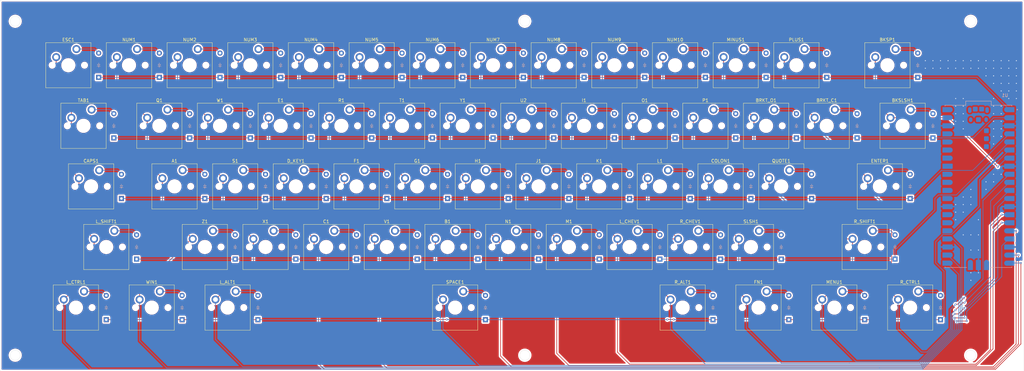
<source format=kicad_pcb>
(kicad_pcb (version 20240108) (generator "pcbnew") (generator_version "8.0")
  (layers (0 "F.Cu" signal) (31 "B.Cu" signal) (34 "B.Paste" user) (35 "F.Paste" user) (36 "B.SilkS" user "B.Silkscreen") (37 "F.SilkS" user "F.Silkscreen") (38 "B.Mask" user) (39 "F.Mask" user) (44 "Edge.Cuts" user))
  (net 0 "")
  (net 1 "Net-(U1-USB_SHIELD-PadA)")
  (net 24 "Net-(D1-A)")
  (net 25 "ROW0")
  (net 26 "Net-(D2-A)")
  (net 27 "Net-(D3-A)")
  (net 28 "Net-(D4-A)")
  (net 29 "Net-(D5-A)")
  (net 30 "Net-(D6-A)")
  (net 31 "Net-(D7-A)")
  (net 32 "Net-(D8-A)")
  (net 33 "Net-(D9-A)")
  (net 34 "Net-(D10-A)")
  (net 35 "Net-(D11-A)")
  (net 36 "Net-(D12-A)")
  (net 37 "Net-(D13-A)")
  (net 38 "Net-(D14-A)")
  (net 39 "Net-(D15-A)")
  (net 40 "ROW1")
  (net 41 "Net-(D17-A)")
  (net 42 "Net-(D18-A)")
  (net 43 "Net-(D19-A)")
  (net 44 "Net-(D20-A)")
  (net 45 "Net-(D21-A)")
  (net 46 "Net-(D22-A)")
  (net 47 "Net-(D23-A)")
  (net 48 "Net-(D24-A)")
  (net 49 "Net-(D25-A)")
  (net 50 "Net-(D26-A)")
  (net 51 "Net-(D27-A)")
  (net 52 "ROW2")
  (net 53 "Net-(D28-A)")
  (net 54 "Net-(D29-A)")
  (net 55 "Net-(D30-A)")
  (net 56 "Net-(D31-A)")
  (net 57 "Net-(D32-A)")
  (net 58 "Net-(D33-A)")
  (net 59 "Net-(D34-A)")
  (net 60 "Net-(D35-A)")
  (net 61 "Net-(D36-A)")
  (net 62 "Net-(D37-A)")
  (net 63 "Net-(D38-A)")
  (net 64 "Net-(D39-A)")
  (net 65 "Net-(D40-A)")
  (net 66 "Net-(D41-A)")
  (net 67 "Net-(D42-A)")
  (net 68 "ROW3")
  (net 69 "Net-(D43-A)")
  (net 70 "Net-(D44-A)")
  (net 71 "Net-(D45-A)")
  (net 72 "Net-(D46-A)")
  (net 73 "Net-(D47-A)")
  (net 74 "Net-(D48-A)")
  (net 75 "Net-(D49-A)")
  (net 76 "Net-(D50-A)")
  (net 77 "Net-(D51-A)")
  (net 78 "Net-(D52-A)")
  (net 79 "Net-(D53-A)")
  (net 80 "Net-(D54-A)")
  (net 81 "ROW4")
  (net 82 "Net-(D55-A)")
  (net 83 "Net-(D56-A)")
  (net 84 "Net-(D57-A)")
  (net 85 "Net-(D58-A)")
  (net 86 "Net-(D59-A)")
  (net 87 "Net-(D60-A)")
  (net 88 "Net-(D61-A)")
  (net 89 "COL13")
  (net 90 "COL12")
  (net 91 "COL11")
  (net 92 "COL10")
  (net 93 "COL9")
  (net 94 "COL8")
  (net 95 "COL7")
  (net 96 "COL6")
  (net 97 "COL5")
  (net 98 "COL4")
  (net 99 "COL3")
  (net 100 "COL2")
  (net 101 "COL1")
  (net 102 "COL0")
  (net 103 "Net-(D16-A)")
  (net 104 "GND")
  (footprint "ScottoKeebs_MX:MX_PCB_1.00u" (layer "F.Cu") (at 123.825 53.81625)
    (property "Reference" "NUM3")
    (property "Value" "Keyswitch")
  )
  (footprint "ScottoKeebs_MX:MX_PCB_1.00u" (layer "F.Cu") (at 266.7 72.86625)
    (property "Reference" "P1")
    (property "Value" "Keyswitch")
  )
  (footprint "ScottoKeebs_MX:MX_PCB_1.00u" (layer "F.Cu") (at 233.3625 91.91625)
    (property "Reference" "K1")
    (property "Value" "Keyswitch")
  )
  (footprint "ScottoKeebs_MX:MX_PCB_1.00u" (layer "F.Cu") (at 176.2125 91.91625)
    (property "Reference" "G1")
    (property "Value" "Keyswitch")
  )
  (footprint "ScottoKeebs_MX:MX_PCB_1.00u" (layer "F.Cu") (at 142.875 53.81625)
    (property "Reference" "NUM4")
    (property "Value" "Keyswitch")
  )
  (footprint "ScottoKeebs_MX:MX_PCB_1.00u" (layer "F.Cu") (at 280.9875 110.96625)
    (property "Reference" "SLSH1")
    (property "Value" "Keyswitch")
  )
  (footprint "ScottoKeebs_MX:MX_PCB_1.00u" (layer "F.Cu") (at 133.35 72.86625)
    (property "Reference" "E1")
    (property "Value" "Keyswitch")
  )
  (footprint "ScottoKeebs_MX:MX_PCB_1.00u" (layer "F.Cu") (at 73.81875 91.91625)
    (property "Reference" "CAPS1")
    (property "Value" "Keyswitch")
  )
  (footprint "ScottoKeebs_MX:MX_PCB_1.00u" (layer "F.Cu") (at 242.8875 110.96625)
    (property "Reference" "L_CHEV1")
    (property "Value" "Keyswitch")
  )
  (footprint "ScottoKeebs_MX:MX_PCB_1.00u" (layer "F.Cu") (at 119.0625 91.91625)
    (property "Reference" "S1")
    (property "Value" "Keyswitch")
  )
  (footprint "ScottoKeebs_MX:MX_PCB_1.00u" (layer "F.Cu") (at 190.5 72.86625)
    (property "Reference" "Y1")
    (property "Value" "Keyswitch")
  )
  (footprint "ScottoKeebs_MX:MX_PCB_1.00u" (layer "F.Cu") (at 104.775 53.81625)
    (property "Reference" "NUM2")
    (property "Value" "Keyswitch")
  )
  (footprint "ScottoKeebs_MX:MX_PCB_1.00u" (layer "F.Cu") (at 195.2625 91.91625)
    (property "Reference" "H1")
    (property "Value" "Keyswitch")
  )
  (footprint "ScottoKeebs_MX:MX_PCB_1.00u" (layer "F.Cu") (at 259.55625 130.01625)
    (property "Reference" "R_ALT1")
    (property "Value" "Keyswitch")
  )
  (footprint "ScottoKeebs_MX:MX_PCB_1.00u" (layer "F.Cu") (at 285.75 72.86625)
    (property "Reference" "BRKT_O1")
    (property "Value" "Keyswitch")
  )
  (footprint "ScottoKeebs_MX:MX_PCB_1.00u" (layer "F.Cu") (at 247.65 72.86625)
    (property "Reference" "O1")
    (property "Value" "Keyswitch")
  )
  (footprint "ScottoKeebs_MX:MX_PCB_1.00u" (layer "F.Cu") (at 185.7375 110.96625)
    (property "Reference" "B1")
    (property "Value" "Keyswitch")
  )
  (footprint "ScottoKeebs_MX:MX_PCB_1.00u" (layer "F.Cu") (at 152.4 72.86625)
    (property "Reference" "R1")
    (property "Value" "Keyswitch")
  )
  (footprint "ScottoKeebs_MX:MX_PCB_1.00u" (layer "F.Cu") (at 316.70625 110.96625)
    (property "Reference" "R_SHIFT1")
    (property "Value" "Keyswitch")
  )
  (footprint "ScottoKeebs_MX:MX_PCB_1.00u" (layer "F.Cu") (at 138.1125 91.91625)
    (property "Reference" "D_KEY1")
    (property "Value" "Keyswitch")
  )
  (footprint "ScottoKeebs_MX:MX_PCB_1.00u" (layer "F.Cu") (at 157.1625 91.91625)
    (property "Reference" "F1")
    (property "Value" "Keyswitch")
  )
  (footprint "ScottoKeebs_MX:MX_PCB_1.00u" (layer "F.Cu") (at 71.4375 72.86625)
    (property "Reference" "TAB1")
    (property "Value" "Keyswitch")
  )
  (footprint "ScottoKeebs_MX:MX_PCB_1.00u" (layer "F.Cu") (at 330.99375 130.01625)
    (property "Reference" "R_CTRL1")
    (property "Value" "Keyswitch")
  )
  (footprint "ScottoKeebs_MX:MX_PCB_1.00u" (layer "F.Cu") (at 69.05625 130.01625)
    (property "Reference" "L_CTRL1")
    (property "Value" "Keyswitch")
  )
  (footprint "ScottoKeebs_MX:MX_PCB_1.00u" (layer "F.Cu") (at 323.85 53.81625)
    (property "Reference" "BKSP1")
    (property "Value" "Keyswitch")
  )
  (footprint "ScottoKeebs_MX:MX_PCB_1.00u" (layer "F.Cu") (at 180.975 53.81625)
    (property "Reference" "NUM6")
    (property "Value" "Keyswitch")
  )
  (footprint "ScottoKeebs_MX:MX_PCB_1.00u" (layer "F.Cu") (at 100.0125 91.91625)
    (property "Reference" "A1")
    (property "Value" "Keyswitch")
  )
  (footprint "ScottoKeebs_MX:MX_PCB_1.00u" (layer "F.Cu") (at 85.725 53.81625)
    (property "Reference" "NUM1")
    (property "Value" "Keyswitch")
  )
  (footprint "ScottoKeebs_MX:MX_PCB_1.00u" (layer "F.Cu") (at 321.46875 91.91625)
    (property "Reference" "ENTER1")
    (property "Value" "Keyswitch")
  )
  (footprint "ScottoKeebs_MX:MX_PCB_1.00u" (layer "F.Cu") (at 307.18125 130.01625)
    (property "Reference" "MENU1")
    (property "Value" "Keyswitch")
  )
  (footprint "ScottoKeebs_MX:MX_PCB_1.00u" (layer "F.Cu") (at 109.5375 110.96625)
    (property "Reference" "Z1")
    (property "Value" "Keyswitch")
  )
  (footprint "ScottoKeebs_MX:MX_PCB_1.00u" (layer "F.Cu") (at 116.68125 130.01625)
    (property "Reference" "L_ALT1")
    (property "Value" "Keyswitch")
  )
  (footprint "ScottoKeebs_MX:MX_PCB_1.00u" (layer "F.Cu") (at 276.225 53.81625)
    (property "Reference" "MINUS1")
    (property "Value" "Keyswitch")
  )
  (footprint "ScottoKeebs_MX:MX_PCB_1.00u" (layer "F.Cu") (at 328.6125 72.86625)
    (property "Reference" "BKSLSH1")
    (property "Value" "Keyswitch")
  )
  (footprint "ScottoKeebs_MX:MX_PCB_1.00u" (layer "F.Cu") (at 238.125 53.81625)
    (property "Reference" "NUM9")
    (property "Value" "Keyswitch")
  )
  (footprint "ScottoKeebs_MX:MX_PCB_1.00u" (layer "F.Cu") (at 66.675 53.81625)
    (property "Reference" "ESC1")
    (property "Value" "Keyswitch")
  )
  (footprint "ScottoKeebs_MX:MX_PCB_1.00u" (layer "F.Cu") (at 304.8 72.86625)
    (property "Reference" "BRKT_C1")
    (property "Value" "Keyswitch")
  )
  (footprint "ScottoKeebs_MX:MX_PCB_1.00u" (layer "F.Cu") (at 147.6375 110.96625)
    (property "Reference" "C1")
    (property "Value" "Keyswitch")
  )
  (footprint "ScottoKeebs_MX:MX_PCB_1.00u" (layer "F.Cu") (at 78.58125 110.96625)
    (property "Reference" "L_SHIFT1")
    (property "Value" "Keyswitch")
  )
  (footprint "ScottoKeebs_MX:MX_PCB_1.00u" (layer "F.Cu") (at 290.5125 91.91625)
    (property "Reference" "QUOTE1")
    (property "Value" "Keyswitch")
  )
  (footprint "ScottoKeebs_MX:MX_PCB_1.00u" (layer "F.Cu") (at 228.6 72.86625)
    (property "Reference" "I1")
    (property "Value" "Keyswitch")
  )
  (footprint "ScottoKeebs_MX:MX_PCB_1.00u" (layer "F.Cu") (at 188.11875 130.01625)
    (property "Reference" "SPACE1")
    (property "Value" "Keyswitch")
  )
  (footprint "ScottoKeebs_MX:MX_PCB_1.00u" (layer "F.Cu") (at 114.3 72.86625)
    (property "Reference" "W1")
    (property "Value" "Keyswitch")
  )
  (footprint "ScottoKeebs_MX:MX_PCB_1.00u" (layer "F.Cu") (at 204.7875 110.96625)
    (property "Reference" "N1")
    (property "Value" "Keyswitch")
  )
  (footprint "ScottoKeebs_MX:MX_PCB_1.00u" (layer "F.Cu") (at 171.45 72.86625)
    (property "Reference" "T1")
    (property "Value" "Keyswitch")
  )
  (footprint "ScottoKeebs_MX:MX_PCB_1.00u" (layer "F.Cu") (at 92.86875 130.01625)
    (property "Reference" "WIN1")
    (property "Value" "Keyswitch")
  )
  (footprint "ScottoKeebs_MX:MX_PCB_1.00u" (layer "F.Cu") (at 166.6875 110.96625)
    (property "Reference" "V1")
    (property "Value" "Keyswitch")
  )
  (footprint "ScottoKeebs_MX:MX_PCB_1.00u" (layer "F.Cu") (at 261.9375 110.96625)
    (property "Reference" "R_CHEV1")
    (property "Value" "Keyswitch")
  )
  (footprint "ScottoKeebs_MX:MX_PCB_1.00u" (layer "F.Cu") (at 128.5875 110.96625)
    (property "Reference" "X1")
    (property "Value" "Keyswitch")
  )
  (footprint "ScottoKeebs_MX:MX_PCB_1.00u" (layer "F.Cu") (at 252.4125 91.91625)
    (property "Reference" "L1")
    (property "Value" "Keyswitch")
  )
  (footprint "ScottoKeebs_MX:MX_PCB_1.00u" (layer "F.Cu") (at 200.025 53.81625)
    (property "Reference" "NUM7")
    (property "Value" "Keyswitch")
  )
  (footprint "ScottoKeebs_MX:MX_PCB_1.00u" (layer "F.Cu") (at 95.25 72.86625)
    (property "Reference" "Q1")
    (property "Value" "Keyswitch")
  )
  (footprint "ScottoKeebs_MX:MX_PCB_1.00u" (layer "F.Cu") (at 214.3125 91.91625)
    (property "Reference" "J1")
    (property "Value" "Keyswitch")
  )
  (footprint "ScottoKeebs_MX:MX_PCB_1.00u" (layer "F.Cu") (at 161.925 53.81625)
    (property "Reference" "NUM5")
    (property "Value" "Keyswitch")
  )
  (footprint "ScottoKeebs_MX:MX_PCB_1.00u" (layer "F.Cu") (at 257.175 53.81625)
    (property "Reference" "NUM10")
    (property "Value" "Keyswitch")
  )
  (footprint "ScottoKeebs_MX:MX_PCB_1.00u" (layer "F.Cu") (at 295.275 53.81625)
    (property "Reference" "PLUS1")
    (property "Value" "Keyswitch")
  )
  (footprint "ScottoKeebs_MX:MX_PCB_1.00u" (layer "F.Cu") (at 219.075 53.81625)
    (property "Reference" "NUM8")
    (property "Value" "Keyswitch")
  )
  (footprint "ScottoKeebs_MX:MX_PCB_1.00u" (layer "F.Cu") (at 271.4625 91.91625)
    (property "Reference" "COLON1")
    (property "Value" "Keyswitch")
  )
  (footprint "ScottoKeebs_MX:MX_PCB_1.00u" (layer "F.Cu") (at 223.8375 110.96625)
    (property "Reference" "M1")
    (property "Value" "Keyswitch")
  )
  (footprint "ScottoKeebs_MX:MX_PCB_1.00u" (layer "F.Cu") (at 283.36875 130.01625)
    (property "Reference" "FN1")
    (property "Value" "Keyswitch")
  )
  (footprint "ScottoKeebs_MX:MX_PCB_1.00u" (layer "F.Cu") (at 209.55 72.86625)
    (property "Reference" "U2")
    (property "Value" "Keyswitch")
  )
  (footprint "ScottoKeebs_Components:Diode_DO-35" (layer "B.Cu") (at 261.9375 95.72625 90)
    (property "Reference" "D43" (hide yes))
    (property "Value" "Diode" (hide yes))
  )
  (footprint "ScottoKeebs_Components:Diode_DO-35" (layer "B.Cu") (at 266.7 57.62625 90)
    (property "Reference" "D46" (hide yes))
    (property "Value" "Diode" (hide yes))
  )
  (footprint "ScottoKeebs_Components:Diode_DO-35" (layer "B.Cu") (at 128.5875 95.72625 90)
    (property "Reference" "D13" (hide yes))
    (property "Value" "Diode" (hide yes))
  )
  (footprint "ScottoKeebs_Components:Diode_DO-35" (layer "B.Cu") (at 176.2125 114.77625 90)
    (property "Reference" "D23" (hide yes))
    (property "Value" "Diode" (hide yes))
  )
  (footprint "ScottoKeebs_Components:Diode_DO-35" (layer "B.Cu") (at 228.6 57.62625 90)
    (property "Reference" "D37" (hide yes))
    (property "Value" "Diode" (hide yes))
  )
  (footprint "ScottoKeebs_Components:Diode_DO-35" (layer "B.Cu") (at 126.20625 133.82625 90)
    (property "Reference" "D15" (hide yes))
    (property "Value" "Diode" (hide yes))
  )
  (footprint "ScottoKeebs_Components:Diode_DO-35" (layer "B.Cu") (at 119.0625 114.77625 90)
    (property "Reference" "D9" (hide yes))
    (property "Value" "Diode" (hide yes))
  )
  (footprint "ScottoKeebs_Components:Diode_DO-35" (layer "B.Cu") (at 152.4 57.62625 90)
    (property "Reference" "D20" (hide yes))
    (property "Value" "Diode" (hide yes))
  )
  (footprint "ScottoKeebs_Components:Diode_DO-35" (layer "B.Cu") (at 180.975 76.67625 90)
    (property "Reference" "D25" (hide yes))
    (property "Value" "Diode" (hide yes))
  )
  (footprint "ScottoKeebs_Components:Diode_DO-35" (layer "B.Cu") (at 83.34375 95.72625 90)
    (property "Reference" "D3" (hide yes))
    (property "Value" "Diode" (hide yes))
  )
  (footprint "ScottoKeebs_Components:Diode_DO-35" (layer "B.Cu") (at 114.3 57.62625 90)
    (property "Reference" "D11" (hide yes))
    (property "Value" "Diode" (hide yes))
  )
  (footprint "ScottoKeebs_Components:Diode_DO-35" (layer "B.Cu") (at 109.5375 95.72625 90)
    (property "Reference" "D8" (hide yes))
    (property "Value" "Diode" (hide yes))
  )
  (footprint "ScottoKeebs_Components:Diode_DO-35" (layer "B.Cu") (at 276.225 76.67625 90)
    (property "Reference" "D47" (hide yes))
    (property "Value" "Diode" (hide yes))
  )
  (footprint "ScottoKeebs_Components:Diode_DO-35" (layer "B.Cu") (at 200.025 76.67625 90)
    (property "Reference" "D30" (hide yes))
    (property "Value" "Diode" (hide yes))
  )
  (footprint "ScottoKeebs_Components:Diode_DO-35" (layer "B.Cu") (at 185.7375 95.72625 90)
    (property "Reference" "D26" (hide yes))
    (property "Value" "Diode" (hide yes))
  )
  (footprint "ScottoKeebs_Components:Diode_DO-35" (layer "B.Cu") (at 285.75 57.62625 90)
    (property "Reference" "D51" (hide yes))
    (property "Value" "Diode" (hide yes))
  )
  (footprint "ScottoKeebs_Components:Diode_DO-35" (layer "B.Cu") (at 280.9875 95.72625 90)
    (property "Reference" "D48" (hide yes))
    (property "Value" "Diode" (hide yes))
  )
  (footprint "ScottoKeebs_Components:Diode_DO-35" (layer "B.Cu") (at 88.10625 114.77625 90)
    (property "Reference" "D4" (hide yes))
    (property "Value" "Diode" (hide yes))
  )
  (footprint "ScottoKeebs_Components:Diode_DO-35" (layer "B.Cu") (at 133.35 57.62625 90)
    (property "Reference" "D16" (hide yes))
    (property "Value" "Diode" (hide yes))
  )
  (footprint "ScottoKeebs_Components:Diode_DO-35" (layer "B.Cu") (at 104.775 76.67625 90)
    (property "Reference" "D7" (hide yes))
    (property "Value" "Diode" (hide yes))
  )
  (footprint "ScottoKeebs_Components:Diode_DO-35" (layer "B.Cu") (at 102.39375 133.82625 90)
    (property "Reference" "D10" (hide yes))
    (property "Value" "Diode" (hide yes))
  )
  (footprint "ScottoKeebs_Components:Diode_DO-35" (layer "B.Cu") (at 161.925 76.67625 90)
    (property "Reference" "D21" (hide yes))
    (property "Value" "Diode" (hide yes))
  )
  (footprint "ScottoKeebs_Components:Diode_DO-35" (layer "B.Cu") (at 333.375 57.62625 90)
    (property "Reference" "D60" (hide yes))
    (property "Value" "Diode" (hide yes))
  )
  (footprint "ScottoKeebs_Components:Diode_DO-35" (layer "B.Cu") (at 233.3625 114.77625 90)
    (property "Reference" "D36" (hide yes))
    (property "Value" "Diode" (hide yes))
  )
  (footprint "ScottoKeebs_Components:Diode_DO-35" (layer "B.Cu") (at 195.2625 114.77625 90)
    (property "Reference" "D27" (hide yes))
    (property "Value" "Diode" (hide yes))
  )
  (footprint "ScottoKeebs_Components:Diode_DO-35" (layer "B.Cu") (at 142.875 76.67625 90)
    (property "Reference" "D17" (hide yes))
    (property "Value" "Diode" (hide yes))
  )
  (footprint "ScottoKeebs_Components:Diode_DO-35" (layer "B.Cu") (at 166.6875 95.72625 90)
    (property "Reference" "D22" (hide yes))
    (property "Value" "Diode" (hide yes))
  )
  (footprint "ScottoKeebs_Components:Diode_DO-35" (layer "B.Cu") (at 269.08125 133.82625 90)
    (property "Reference" "D45" (hide yes))
    (property "Value" "Diode" (hide yes))
  )
  (footprint "ScottoKeebs_Components:Diode_DO-35" (layer "B.Cu") (at 157.1625 114.77625 90)
    (property "Reference" "D19" (hide yes))
    (property "Value" "Diode" (hide yes))
  )
  (footprint "ScottoKeebs_Components:Diode_DO-35" (layer "B.Cu") (at 238.125 76.67625 90)
    (property "Reference" "D38" (hide yes))
    (property "Value" "Diode" (hide yes))
  )
  (footprint "ScottoKeebs_Components:Diode_DO-35" (layer "B.Cu") (at 138.1125 114.77625 90)
    (property "Reference" "D14" (hide yes))
    (property "Value" "Diode" (hide yes))
  )
  (footprint "ScottoKeebs_Components:Diode_DO-35" (layer "B.Cu") (at 171.45 57.62625 90)
    (property "Reference" "D24" (hide yes))
    (property "Value" "Diode" (hide yes))
  )
  (footprint "ScottoKeebs_Components:Diode_DO-35" (layer "B.Cu") (at 292.89375 133.82625 90)
    (property "Reference" "D50" (hide yes))
    (property "Value" "Diode" (hide yes))
  )
  (footprint "ScottoKeebs_Components:Diode_DO-35" (layer "B.Cu") (at 242.8875 95.72625 90)
    (property "Reference" "D39" (hide yes))
    (property "Value" "Diode" (hide yes))
  )
  (footprint "ScottoKeebs_Components:Diode_DO-35" (layer "B.Cu") (at 219.075 76.67625 90)
    (property "Reference" "D34" (hide yes))
    (property "Value" "Diode" (hide yes))
  )
  (footprint "ScottoKeebs_Components:Diode_DO-35" (layer "B.Cu") (at 295.275 76.67625 90)
    (property "Reference" "D52" (hide yes))
    (property "Value" "Diode" (hide yes))
  )
  (footprint "ScottoKeebs_Components:Diode_DO-35" (layer "B.Cu") (at 271.4625 114.77625 90)
    (property "Reference" "D44" (hide yes))
    (property "Value" "Diode" (hide yes))
  )
  (footprint "ScottoKeebs_Components:Diode_DO-35" (layer "B.Cu") (at 314.325 76.67625 90)
    (property "Reference" "D57" (hide yes))
    (property "Value" "Diode" (hide yes))
  )
  (footprint "ScottoKeebs_Components:Diode_DO-35" (layer "B.Cu") (at 123.825 76.67625 90)
    (property "Reference" "D12" (hide yes))
    (property "Value" "Diode" (hide yes))
  )
  (footprint "ScottoKeebs_Components:Diode_DO-35" (layer "B.Cu") (at 340.51875 133.82625 90)
    (property "Reference" "D59" (hide yes))
    (property "Value" "Diode" (hide yes))
  )
  (footprint "ScottoKeebs_Components:Diode_DO-35" (layer "B.Cu") (at 257.175 76.67625 90)
    (property "Reference" "D42" (hide yes))
    (property "Value" "Diode" (hide yes))
  )
  (footprint "ScottoKeebs_Components:Diode_DO-35" (layer "B.Cu") (at 197.64375 133.82625 90)
    (property "Reference" "D28" (hide yes))
    (property "Value" "Diode" (hide yes))
  )
  (footprint "ScottoKeebs_Components:Diode_DO-35" (layer "B.Cu") (at 209.55 57.62625 90)
    (property "Reference" "D33" (hide yes))
    (property "Value" "Diode" (hide yes))
  )
  (footprint "ScottoKeebs_Components:Diode_DO-35" (layer "B.Cu") (at 204.7875 95.72625 90)
    (property "Reference" "D31" (hide yes))
    (property "Value" "Diode" (hide yes))
  )
  (footprint "ScottoKeebs_Components:Diode_DO-35" (layer "B.Cu") (at 290.5125 114.77625 90)
    (property "Reference" "D49" (hide yes))
    (property "Value" "Diode" (hide yes))
  )
  (footprint "ScottoKeebs_Components:Diode_DO-35" (layer "B.Cu") (at 78.58125 133.82625 90)
    (property "Reference" "D5" (hide yes))
    (property "Value" "Diode" (hide yes))
  )
  (footprint "ScottoKeebs_Components:Diode_DO-35" (layer "B.Cu") (at 316.70625 133.82625 90)
    (property "Reference" "D55" (hide yes))
    (property "Value" "Diode" (hide yes))
  )
  (footprint "ScottoKeebs_Components:Diode_DO-35" (layer "B.Cu") (at 147.6375 95.72625 90)
    (property "Reference" "D18" (hide yes))
    (property "Value" "Diode" (hide yes))
  )
  (footprint "ScottoKeebs_Components:Diode_DO-35" (layer "B.Cu") (at 76.2 57.62625 90)
    (property "Reference" "D1" (hide yes))
    (property "Value" "Diode" (hide yes))
  )
  (footprint "ScottoKeebs_Components:Diode_DO-35" (layer "B.Cu") (at 300.0375 95.72625 90)
    (property "Reference" "D53" (hide yes))
    (property "Value" "Diode" (hide yes))
  )
  (footprint "ScottoKeebs_Components:Diode_DO-35" (layer "B.Cu") (at 214.3125 114.77625 90)
    (property "Reference" "D32" (hide yes))
    (property "Value" "Diode" (hide yes))
  )
  (footprint "ScottoKeebs_Components:Diode_DO-35" (layer "B.Cu") (at 247.65 57.62625 90)
    (property "Reference" "D41" (hide yes))
    (property "Value" "Diode" (hide yes))
  )
  (footprint "ScottoKeebs_Components:Diode_DO-35" (layer "B.Cu") (at 80.9625 76.67625 90)
    (property "Reference" "D2" (hide yes))
    (property "Value" "Diode" (hide yes))
  )
  (footprint "ScottoKeebs_Components:Diode_DO-35" (layer "B.Cu") (at 190.5 57.62625 90)
    (property "Reference" "D29" (hide yes))
    (property "Value" "Diode" (hide yes))
  )
  (footprint "ScottoKeebs_Components:Diode_DO-35" (layer "B.Cu") (at 330.99375 95.72625 90)
    (property "Reference" "D58" (hide yes))
    (property "Value" "Diode" (hide yes))
  )
  (footprint "ScottoKeebs_Components:Diode_DO-35" (layer "B.Cu") (at 95.25 57.62625 90)
    (property "Reference" "D6" (hide yes))
    (property "Value" "Diode" (hide yes))
  )
  (footprint "ScottoKeebs_Components:Diode_DO-35" (layer "B.Cu") (at 338.1375 76.67625 90)
    (property "Reference" "D61" (hide yes))
    (property "Value" "Diode" (hide yes))
  )
  (footprint "ScottoKeebs_Components:Diode_DO-35" (layer "B.Cu") (at 252.4125 114.77625 90)
    (property "Reference" "D40" (hide yes))
    (property "Value" "Diode" (hide yes))
  )
  (footprint "ScottoKeebs_Components:Diode_DO-35" (layer "B.Cu") (at 223.8375 95.72625 90)
    (property "Reference" "D35" (hide yes))
    (property "Value" "Diode" (hide yes))
  )
  (footprint "SC0915:MODULE_SC0915" (layer "B.Cu") (at 352.425 91.91625 180)
    (property "Reference" "U1")
    (property "Value" "SC0915")
  )
  (footprint "ScottoKeebs_Components:Diode_DO-35" (layer "B.Cu") (at 304.8 57.62625 90)
    (property "Reference" "D56" (hide yes))
    (property "Value" "Diode" (hide yes))
  )
  (footprint "ScottoKeebs_Components:Diode_DO-35" (layer "B.Cu") (at 326.23125 114.77625 90)
    (property "Reference" "D54" (hide yes))
    (property "Value" "Diode" (hide yes))
  )
  (gr_rect (start 45.24375 33.3375) (end 366.7125 150.01875) (stroke (width 0.05)) (fill none) (layer "Edge.Cuts"))
  (gr_circle (center 50 40) (end 51.6 40) (stroke (width 0.05)) (fill none) (layer "Edge.Cuts"))
  (gr_circle (center 210 40) (end 211.6 40) (stroke (width 0.05)) (fill none) (layer "Edge.Cuts"))
  (gr_circle (center 50 145) (end 51.6 145) (stroke (width 0.05)) (fill none) (layer "Edge.Cuts"))
  (gr_circle (center 210 145) (end 211.6 145) (stroke (width 0.05)) (fill none) (layer "Edge.Cuts"))
  (gr_circle (center 350 145) (end 351.6 145) (stroke (width 0.05)) (fill none) (layer "Edge.Cuts"))
  (gr_circle (center 350 40) (end 351.6 40) (stroke (width 0.05)) (fill none) (layer "Edge.Cuts"))
  (segment (start 74.93 48.73625) (end 76.2 50.00625) (width 0.2) (layer "B.Cu") (net 24))
  (segment (start 69.215 48.73625) (end 74.93 48.73625) (width 0.2) (layer "B.Cu") (net 24))
  (segment (start 171.45 57.62625) (end 190.5 57.62625) (width 0.2) (layer "B.Cu") (net 25))
  (segment (start 152.4 57.62625) (end 171.45 57.62625) (width 0.2) (layer "B.Cu") (net 25))
  (segment (start 285.75 57.62625) (end 266.7 57.62625) (width 0.2) (layer "B.Cu") (net 25))
  (segment (start 92.86875 57.62625) (end 95.25 57.62625) (width 0.2) (layer "B.Cu") (net 25))
  (segment (start 133.35 57.62625) (end 152.4 57.62625) (width 0.2) (layer "B.Cu") (net 25))
  (segment (start 76.2 57.62625) (end 92.86875 57.62625) (width 0.2) (layer "B.Cu") (net 25))
  (segment (start 209.55 57.62625) (end 190.5 57.62625) (width 0.2) (layer "B.Cu") (net 25))
  (segment (start 92.86875 57.62625) (end 114.3 57.62625) (width 0.2) (layer "B.Cu") (net 25))
  (segment (start 333.375 57.62625) (end 351.955 57.62625) (width 0.2) (layer "B.Cu") (net 25))
  (segment (start 351.955 57.62625) (end 362.115 67.78625) (width 0.2) (layer "B.Cu") (net 25))
  (segment (start 266.7 57.62625) (end 247.65 57.62625) (width 0.2) (layer "B.Cu") (net 25))
  (segment (start 209.55 57.62625) (end 228.6 57.62625) (width 0.2) (layer "B.Cu") (net 25))
  (segment (start 333.375 57.62625) (end 304.8 57.62625) (width 0.2) (layer "B.Cu") (net 25))
  (segment (start 304.8 57.62625) (end 285.75 57.62625) (width 0.2) (layer "B.Cu") (net 25))
  (segment (start 247.65 57.62625) (end 228.6 57.62625) (width 0.2) (layer "B.Cu") (net 25))
  (segment (start 114.3 57.62625) (end 133.35 57.62625) (width 0.2) (layer "B.Cu") (net 25))
  (segment (start 73.9775 67.78625) (end 79.6925 67.78625) (width 0.2) (layer "B.Cu") (net 26))
  (segment (start 79.6925 67.78625) (end 80.9625 69.05625) (width 0.2) (layer "B.Cu") (net 26))
  (segment (start 76.35875 86.83625) (end 82.07375 86.83625) (width 0.2) (layer "B.Cu") (net 27))
  (segment (start 82.07375 86.83625) (end 83.34375 88.10625) (width 0.2) (layer "B.Cu") (net 27))
  (segment (start 81.12125 105.88625) (end 86.83625 105.88625) (width 0.2) (layer "B.Cu") (net 28))
  (segment (start 86.83625 105.88625) (end 88.10625 107.15625) (width 0.2) (layer "B.Cu") (net 28))
  (segment (start 71.59625 124.93625) (end 77.31125 124.93625) (width 0.2) (layer "B.Cu") (net 29))
  (segment (start 77.31125 124.93625) (end 78.58125 126.20625) (width 0.2) (layer "B.Cu") (net 29))
  (segment (start 88.265 48.73625) (end 93.98 48.73625) (width 0.2) (layer "B.Cu") (net 30))
  (segment (start 93.98 48.73625) (end 95.25 50.00625) (width 0.2) (layer "B.Cu") (net 30))
  (segment (start 103.505 67.78625) (end 104.775 69.05625) (width 0.2) (layer "B.Cu") (net 31))
  (segment (start 97.79 67.78625) (end 103.505 67.78625) (width 0.2) (layer "B.Cu") (net 31))
  (segment (start 108.2675 86.83625) (end 109.5375 88.10625) (width 0.2) (layer "B.Cu") (net 32))
  (segment (start 102.5525 86.83625) (end 108.2675 86.83625) (width 0.2) (layer "B.Cu") (net 32))
  (segment (start 112.0775 105.88625) (end 117.7925 105.88625) (width 0.2) (layer "B.Cu") (net 33))
  (segment (start 117.7925 105.88625) (end 119.0625 107.15625) (width 0.2) (layer "B.Cu") (net 33))
  (segment (start 101.12375 124.93625) (end 102.39375 126.20625) (width 0.2) (layer "B.Cu") (net 34))
  (segment (start 95.40875 124.93625) (end 101.12375 124.93625) (width 0.2) (layer "B.Cu") (net 34))
  (segment (start 107.315 48.73625) (end 113.03 48.73625) (width 0.2) (layer "B.Cu") (net 35))
  (segment (start 113.03 48.73625) (end 114.3 50.00625) (width 0.2) (layer "B.Cu") (net 35))
  (segment (start 122.555 67.78625) (end 123.825 69.05625) (width 0.2) (layer "B.Cu") (net 36))
  (segment (start 116.84 67.78625) (end 122.555 67.78625) (width 0.2) (layer "B.Cu") (net 36))
  (segment (start 121.6025 86.83625) (end 127.3175 86.83625) (width 0.2) (layer "B.Cu") (net 37))
  (segment (start 127.3175 86.83625) (end 128.5875 88.10625) (width 0.2) (layer "B.Cu") (net 37))
  (segment (start 131.1275 105.88625) (end 136.8425 105.88625) (width 0.2) (layer "B.Cu") (net 38))
  (segment (start 136.8425 105.88625) (end 138.1125 107.15625) (width 0.2) (layer "B.Cu") (net 38))
  (segment (start 119.22125 124.93625) (end 124.93625 124.93625) (width 0.2) (layer "B.Cu") (net 39))
  (segment (start 124.93625 124.93625) (end 126.20625 126.20625) (width 0.2) (layer "B.Cu") (net 39))
  (segment (start 142.875 76.67625) (end 123.825 76.67625) (width 0.2) (layer "B.Cu") (net 40))
  (segment (start 314.325 76.67625) (end 338.1375 76.67625) (width 0.2) (layer "B.Cu") (net 40))
  (segment (start 200.025 76.67625) (end 219.075 76.67625) (width 0.2) (layer "B.Cu") (net 40))
  (segment (start 350.82375 76.67625) (end 357.17375 70.32625) (width 0.2) (layer "B.Cu") (net 40))
  (segment (start 219.075 76.67625) (end 238.125 76.67625) (width 0.2) (layer "B.Cu") (net 40))
  (segment (start 295.275 76.67625) (end 276.225 76.67625) (width 0.2) (layer "B.Cu") (net 40))
  (segment (start 142.875 76.67625) (end 161.925 76.67625) (width 0.2) (layer "B.Cu") (net 40))
  (segment (start 314.325 76.67625) (end 295.275 76.67625) (width 0.2) (layer "B.Cu") (net 40))
  (segment (start 357.17375 70.32625) (end 362.115 70.32625) (width 0.2) (layer "B.Cu") (net 40))
  (segment (start 200.025 76.67625) (end 180.975 76.67625) (width 0.2) (layer "B.Cu") (net 40))
  (segment (start 257.175 76.67625) (end 238.125 76.67625) (width 0.2) (layer "B.Cu") (net 40))
  (segment (start 161.925 76.67625) (end 180.975 76.67625) (width 0.2) (layer "B.Cu") (net 40))
  (segment (start 80.9625 76.67625) (end 104.775 76.67625) (width 0.2) (layer "B.Cu") (net 40))
  (segment (start 123.825 76.67625) (end 104.775 76.67625) (width 0.2) (layer "B.Cu") (net 40))
  (segment (start 338.1375 76.67625) (end 350.82375 76.67625) (width 0.2) (layer "B.Cu") (net 40))
  (segment (start 276.225 76.67625) (end 257.175 76.67625) (width 0.2) (layer "B.Cu") (net 40))
  (segment (start 141.605 67.78625) (end 142.875 69.05625) (width 0.2) (layer "B.Cu") (net 41))
  (segment (start 135.89 67.78625) (end 141.605 67.78625) (width 0.2) (layer "B.Cu") (net 41))
  (segment (start 140.6525 86.83625) (end 146.3675 86.83625) (width 0.2) (layer "B.Cu") (net 42))
  (segment (start 146.3675 86.83625) (end 147.6375 88.10625) (width 0.2) (layer "B.Cu") (net 42))
  (segment (start 155.8925 105.88625) (end 157.1625 107.15625) (width 0.2) (layer "B.Cu") (net 43))
  (segment (start 150.1775 105.88625) (end 155.8925 105.88625) (width 0.2) (layer "B.Cu") (net 43))
  (segment (start 151.13 48.73625) (end 152.4 50.00625) (width 0.2) (layer "B.Cu") (net 44))
  (segment (start 145.415 48.73625) (end 151.13 48.73625) (width 0.2) (layer "B.Cu") (net 44))
  (segment (start 154.94 67.78625) (end 160.655 67.78625) (width 0.2) (layer "B.Cu") (net 45))
  (segment (start 160.655 67.78625) (end 161.925 69.05625) (width 0.2) (layer "B.Cu") (net 45))
  (segment (start 165.4175 86.83625) (end 166.6875 88.10625) (width 0.2) (layer "B.Cu") (net 46))
  (segment (start 159.7025 86.83625) (end 165.4175 86.83625) (width 0.2) (layer "B.Cu") (net 46))
  (segment (start 169.2275 105.88625) (end 174.9425 105.88625) (width 0.2) (layer "B.Cu") (net 47))
  (segment (start 174.9425 105.88625) (end 176.2125 107.15625) (width 0.2) (layer "B.Cu") (net 47))
  (segment (start 170.18 48.73625) (end 171.45 50.00625) (width 0.2) (layer "B.Cu") (net 48))
  (segment (start 164.465 48.73625) (end 170.18 48.73625) (width 0.2) (layer "B.Cu") (net 48))
  (segment (start 179.705 67.78625) (end 180.975 69.05625) (width 0.2) (layer "B.Cu") (net 49))
  (segment (start 173.99 67.78625) (end 179.705 67.78625) (width 0.2) (layer "B.Cu") (net 49))
  (segment (start 178.7525 86.83625) (end 184.4675 86.83625) (width 0.2) (layer "B.Cu") (net 50))
  (segment (start 184.4675 86.83625) (end 185.7375 88.10625) (width 0.2) (layer "B.Cu") (net 50))
  (segment (start 193.9925 105.88625) (end 195.2625 107.15625) (width 0.2) (layer "B.Cu") (net 51))
  (segment (start 188.2775 105.88625) (end 193.9925 105.88625) (width 0.2) (layer "B.Cu") (net 51))
  (segment (start 83.34375 95.72625) (end 109.5375 95.72625) (width 0.2) (layer "B.Cu") (net 52))
  (segment (start 128.5875 95.72625) (end 147.6375 95.72625) (width 0.2) (layer "B.Cu") (net 52))
  (segment (start 340.82 86.9) (end 350.62125 86.9) (width 0.2) (layer "B.Cu") (net 52))
  (segment (start 204.7875 95.72625) (end 185.7375 95.72625) (width 0.2) (layer "B.Cu") (net 52))
  (segment (start 242.8875 95.72625) (end 223.8375 95.72625) (width 0.2) (layer "B.Cu") (net 52))
  (segment (start 109.5375 95.72625) (end 128.5875 95.72625) (width 0.2) (layer "B.Cu") (net 52))
  (segment (start 300.0375 95.72625) (end 330.99375 95.72625) (width 0.2) (layer "B.Cu") (net 52))
  (segment (start 300.0375 95.72625) (end 280.9875 95.72625) (width 0.2) (layer "B.Cu") (net 52))
  (segment (start 350.62125 86.9) (end 362.115 75.40625) (width 0.2) (layer "B.Cu") (net 52))
  (segment (start 280.9875 95.72625) (end 261.9375 95.72625) (width 0.2) (layer "B.Cu") (net 52))
  (segment (start 185.7375 95.72625) (end 166.6875 95.72625) (width 0.2) (layer "B.Cu") (net 52))
  (segment (start 261.9375 95.72625) (end 242.8875 95.72625) (width 0.2) (layer "B.Cu") (net 52))
  (segment (start 331.99375 95.72625) (end 340.82 86.9) (width 0.2) (layer "B.Cu") (net 52))
  (segment (start 147.6375 95.72625) (end 166.6875 95.72625) (width 0.2) (layer "B.Cu") (net 52))
  (segment (start 223.8375 95.72625) (end 204.7875 95.72625) (width 0.2) (layer "B.Cu") (net 52))
  (segment (start 330.99375 95.72625) (end 331.99375 95.72625) (width 0.2) (layer "B.Cu") (net 52))
  (segment (start 190.65875 124.93625) (end 196.37375 124.93625) (width 0.2) (layer "B.Cu") (net 53))
  (segment (start 196.37375 124.93625) (end 197.64375 126.20625) (width 0.2) (layer "B.Cu") (net 53))
  (segment (start 189.23 48.73625) (end 190.5 50.00625) (width 0.2) (layer "B.Cu") (net 54))
  (segment (start 183.515 48.73625) (end 189.23 48.73625) (width 0.2) (layer "B.Cu") (net 54))
  (segment (start 193.04 67.78625) (end 198.755 67.78625) (width 0.2) (layer "B.Cu") (net 55))
  (segment (start 198.755 67.78625) (end 200.025 69.05625) (width 0.2) (layer "B.Cu") (net 55))
  (segment (start 203.5175 86.83625) (end 204.7875 88.10625) (width 0.2) (layer "B.Cu") (net 56))
  (segment (start 197.8025 86.83625) (end 203.5175 86.83625) (width 0.2) (layer "B.Cu") (net 56))
  (segment (start 213.0425 105.88625) (end 214.3125 107.15625) (width 0.2) (layer "B.Cu") (net 57))
  (segment (start 207.3275 105.88625) (end 213.0425 105.88625) (width 0.2) (layer "B.Cu") (net 57))
  (segment (start 208.28 48.73625) (end 209.55 50.00625) (width 0.2) (layer "B.Cu") (net 58))
  (segment (start 202.565 48.73625) (end 208.28 48.73625) (width 0.2) (layer "B.Cu") (net 58))
  (segment (start 217.805 67.78625) (end 219.075 69.05625) (width 0.2) (layer "B.Cu") (net 59))
  (segment (start 212.09 67.78625) (end 217.805 67.78625) (width 0.2) (layer "B.Cu") (net 59))
  (segment (start 222.5675 86.83625) (end 223.8375 88.10625) (width 0.2) (layer "B.Cu") (net 60))
  (segment (start 216.8525 86.83625) (end 222.5675 86.83625) (width 0.2) (layer "B.Cu") (net 60))
  (segment (start 232.0925 105.88625) (end 233.3625 107.15625) (width 0.2) (layer "B.Cu") (net 61))
  (segment (start 226.3775 105.88625) (end 232.0925 105.88625) (width 0.2) (layer "B.Cu") (net 61))
  (segment (start 221.615 48.73625) (end 227.33 48.73625) (width 0.2) (layer "B.Cu") (net 62))
  (segment (start 227.33 48.73625) (end 228.6 50.00625) (width 0.2) (layer "B.Cu") (net 62))
  (segment (start 231.14 67.78625) (end 236.855 67.78625) (width 0.2) (layer "B.Cu") (net 63))
  (segment (start 236.855 67.78625) (end 238.125 69.05625) (width 0.2) (layer "B.Cu") (net 63))
  (segment (start 235.9025 86.83625) (end 241.6175 86.83625) (width 0.2) (layer "B.Cu") (net 64))
  (segment (start 241.6175 86.83625) (end 242.8875 88.10625) (width 0.2) (layer "B.Cu") (net 64))
  (segment (start 245.4275 105.88625) (end 251.1425 105.88625) (width 0.2) (layer "B.Cu") (net 65))
  (segment (start 251.1425 105.88625) (end 252.4125 107.15625) (width 0.2) (layer "B.Cu") (net 65))
  (segment (start 246.38 48.73625) (end 247.65 50.00625) (width 0.2) (layer "B.Cu") (net 66))
  (segment (start 240.665 48.73625) (end 246.38 48.73625) (width 0.2) (layer "B.Cu") (net 66))
  (segment (start 255.905 67.78625) (end 257.175 69.05625) (width 0.2) (layer "B.Cu") (net 67))
  (segment (start 250.19 67.78625) (end 255.905 67.78625) (width 0.2) (layer "B.Cu") (net 67))
  (segment (start 345.45 94.61125) (end 362.115 77.94625) (width 0.2) (layer "B.Cu") (net 68))
  (segment (start 233.3625 114.77625) (end 214.3125 114.77625) (width 0.2) (layer "B.Cu") (net 68))
  (segment (start 252.4125 114.77625) (end 233.3625 114.77625) (width 0.2) (layer "B.Cu") (net 68))
  (segment (start 339.88875 94.61125) (end 345.45 94.61125) (width 0.2) (layer "B.Cu") (net 68))
  (segment (start 326.23125 114.77625) (end 290.5125 114.77625) (width 0.2) (layer "B.Cu") (net 68))
  (segment (start 326.23125 111.925062) (end 338.75 99.406312) (width 0.2) (layer "B.Cu") (net 68))
  (segment (start 338.75 95.75) (end 339.88875 94.61125) (width 0.2) (layer "B.Cu") (net 68))
  (segment (start 176.2125 114.77625) (end 157.1625 114.77625) (width 0.2) (layer "B.Cu") (net 68))
  (segment (start 195.2625 114.77625) (end 176.2125 114.77625) (width 0.2) (layer "B.Cu") (net 68))
  (segment (start 88.10625 114.77625) (end 119.0625 114.77625) (width 0.2) (layer "B.Cu") (net 68))
  (segment (start 157.1625 114.77625) (end 138.1125 114.77625) (width 0.2) (layer "B.Cu") (net 68))
  (segment (start 271.4625 114.77625) (end 252.4125 114.77625) (width 0.2) (layer "B.Cu") (net 68))
  (segment (start 138.1125 114.77625) (end 119.0625 114.77625) (width 0.2) (layer "B.Cu") (net 68))
  (segment (start 326.23125 114.77625) (end 326.23125 111.925062) (width 0.2) (layer "B.Cu") (net 68))
  (segment (start 338.75 99.406312) (end 338.75 95.75) (width 0.2) (layer "B.Cu") (net 68))
  (segment (start 214.3125 114.77625) (end 195.2625 114.77625) (width 0.2) (layer "B.Cu") (net 68))
  (segment (start 290.5125 114.77625) (end 271.4625 114.77625) (width 0.2) (layer "B.Cu") (net 68))
  (segment (start 260.6675 86.83625) (end 261.9375 88.10625) (width 0.2) (layer "B.Cu") (net 69))
  (segment (start 254.9525 86.83625) (end 260.6675 86.83625) (width 0.2) (layer "B.Cu") (net 69))
  (segment (start 264.4775 105.88625) (end 270.1925 105.88625) (width 0.2) (layer "B.Cu") (net 70))
  (segment (start 270.1925 105.88625) (end 271.4625 107.15625) (width 0.2) (layer "B.Cu") (net 70))
  (segment (start 262.09625 124.93625) (end 267.81125 124.93625) (width 0.2) (layer "B.Cu") (net 71))
  (segment (start 267.81125 124.93625) (end 269.08125 126.20625) (width 0.2) (layer "B.Cu") (net 71))
  (segment (start 259.715 48.73625) (end 265.43 48.73625) (width 0.2) (layer "B.Cu") (net 72))
  (segment (start 265.43 48.73625) (end 266.7 50.00625) (width 0.2) (layer "B.Cu") (net 72))
  (segment (start 269.24 67.78625) (end 274.955 67.78625) (width 0.2) (layer "B.Cu") (net 73))
  (segment (start 274.955 67.78625) (end 276.225 69.05625) (width 0.2) (layer "B.Cu") (net 73))
  (segment (start 279.7175 86.83625) (end 280.9875 88.10625) (width 0.2) (layer "B.Cu") (net 74))
  (segment (start 274.0025 86.83625) (end 279.7175 86.83625) (width 0.2) (layer "B.Cu") (net 74))
  (segment (start 283.5275 105.88625) (end 289.2425 105.88625) (width 0.2) (layer "B.Cu") (net 75))
  (segment (start 289.2425 105.88625) (end 290.5125 107.15625) (width 0.2) (layer "B.Cu") (net 75))
  (segment (start 291.62375 124.93625) (end 292.89375 126.20625) (width 0.2) (layer "B.Cu") (net 76))
  (segment (start 285.90875 124.93625) (end 291.62375 124.93625) (width 0.2) (layer "B.Cu") (net 76))
  (segment (start 278.765 48.73625) (end 284.48 48.73625) (width 0.2) (layer "B.Cu") (net 77))
  (segment (start 284.48 48.73625) (end 285.75 50.00625) (width 0.2) (layer "B.Cu") (net 77))
  (segment (start 288.29 67.78625) (end 294.005 67.78625) (width 0.2) (layer "B.Cu") (net 78))
  (segment (start 294.005 67.78625) (end 295.275 69.05625) (width 0.2) (layer "B.Cu") (net 78))
  (segment (start 293.0525 86.83625) (end 298.7675 86.83625) (width 0.2) (layer "B.Cu") (net 79))
  (segment (start 298.7675 86.83625) (end 300.0375 88.10625) (width 0.2) (layer "B.Cu") (net 79))
  (segment (start 319.24625 105.88625) (end 324.96125 105.88625) (width 0.2) (layer "B.Cu") (net 80))
  (segment (start 324.96125 105.88625) (end 326.23125 107.15625) (width 0.2) (layer "B.Cu") (net 80))
  (segment (start 254.75 133.75) (end 256.75 133.75) (width 0.2) (layer "F.Cu") (net 81))
  (segment (start 102.39375 133.82625) (end 126.20625 133.82625) (width 0.2) (layer "F.Cu") (net 81))
  (segment (start 269.08125 133.82625) (end 292.89375 133.82625) (width 0.2) (layer "F.Cu") (net 81))
  (segment (start 182.75 133.75) (end 185.5 133.75) (width 0.2) (layer "F.Cu") (net 81))
  (segment (start 316.70625 133.82625) (end 340.51875 133.82625) (width 0.2) (layer "F.Cu") (net 81))
  (segment (start 292.89375 133.82625) (end 316.70625 133.82625) (width 0.2) (layer "F.Cu") (net 81))
  (segment (start 78.58125 133.82625) (end 102.39375 133.82625) (width 0.2) (layer "F.Cu") (net 81))
  (via (at 256.75 133.75) (size 0.6) (drill 0.3) (layers "F.Cu" "B.Cu") (net 81))
  (via (at 182.75 133.75) (size 0.6) (drill 0.3) (layers "F.Cu" "B.Cu") (net 81))
  (via (at 254.75 133.75) (size 0.6) (drill 0.3) (layers "F.Cu" "B.Cu") (net 81))
  (via (at 185.5 133.75) (size 0.6) (drill 0.3) (layers "F.Cu" "B.Cu") (net 81))
  (segment (start 352.75 98.248721) (end 352.75 89.85125) (width 0.2) (layer "B.Cu") (net 81))
  (segment (start 340.51875 133.82625) (end 341.61875 132.72625) (width 0.2) (layer "B.Cu") (net 81))
  (segment (start 339 109.316312) (end 341.315062 107.00125) (width 0.2) (layer "B.Cu") (net 81))
  (segment (start 197.64375 133.82625) (end 254.67375 133.82625) (width 0.2) (layer "B.Cu") (net 81))
  (segment (start 256.75 133.75) (end 257.25 133.75) (width 0.2) (layer "B.Cu") (net 81))
  (segment (start 341.315062 107.00125) (end 343.997471 107.00125) (width 0.2) (layer "B.Cu") (net 81))
  (segment (start 339 116) (end 339 109.316312) (width 0.2) (layer "B.Cu") (net 81))
  (segment (start 185.5 133.75) (end 186 133.75) (width 0.2) (layer "B.Cu") (net 81))
  (segment (start 182.67375 133.82625) (end 182.75 133.75) (width 0.2) (layer "B.Cu") (net 81))
  (segment (start 341.61875 132.72625) (end 341.61875 118.61875) (width 0.2) (layer "B.Cu") (net 81))
  (segment (start 186 133.75) (end 186.07625 133.82625) (width 0.2) (layer "B.Cu") (net 81))
  (segment (start 186.07625 133.82625) (end 197.64375 133.82625) (width 0.2) (layer "B.Cu") (net 81))
  (segment (start 352.75 89.85125) (end 362.115 80.48625) (width 0.2) (layer "B.Cu") (net 81))
  (segment (start 254.67375 133.82625) (end 254.75 133.75) (width 0.2) (layer "B.Cu") (net 81))
  (segment (start 257.32625 133.82625) (end 269.08125 133.82625) (width 0.2) (layer "B.Cu") (net 81))
  (segment (start 126.20625 133.82625) (end 182.67375 133.82625) (width 0.2) (layer "B.Cu") (net 81))
  (segment (start 257.25 133.75) (end 257.32625 133.82625) (width 0.2) (layer "B.Cu") (net 81))
  (segment (start 341.61875 118.61875) (end 339 116) (width 0.2) (layer "B.Cu") (net 81))
  (segment (start 343.997471 107.00125) (end 352.75 98.248721) (width 0.2) (layer "B.Cu") (net 81))
  (segment (start 309.72125 124.93625) (end 315.43625 124.93625) (width 0.2) (layer "B.Cu") (net 82))
  (segment (start 315.43625 124.93625) (end 316.70625 126.20625) (width 0.2) (layer "B.Cu") (net 82))
  (segment (start 303.53 48.73625) (end 304.8 50.00625) (width 0.2) (layer "B.Cu") (net 83))
  (segment (start 297.815 48.73625) (end 303.53 48.73625) (width 0.2) (layer "B.Cu") (net 83))
  (segment (start 307.34 67.78625) (end 313.055 67.78625) (width 0.2) (layer "B.Cu") (net 84))
  (segment (start 313.055 67.78625) (end 314.325 69.05625) (width 0.2) (layer "B.Cu") (net 84))
  (segment (start 329.72375 86.83625) (end 330.99375 88.10625) (width 0.2) (layer "B.Cu") (net 85))
  (segment (start 324.00875 86.83625) (end 329.72375 86.83625) (width 0.2) (layer "B.Cu") (net 85))
  (segment (start 333.53375 124.93625) (end 339.24875 124.93625) (width 0.2) (layer "B.Cu") (net 86))
  (segment (start 339.24875 124.93625) (end 340.51875 126.20625) (width 0.2) (layer "B.Cu") (net 86))
  (segment (start 332.105 48.73625) (end 333.375 50.00625) (width 0.2) (layer "B.Cu") (net 87))
  (segment (start 326.39 48.73625) (end 332.105 48.73625) (width 0.2) (layer "B.Cu") (net 87))
  (segment (start 331.1525 67.78625) (end 336.8675 67.78625) (width 0.2) (layer "B.Cu") (net 88))
  (segment (start 336.8675 67.78625) (end 338.1375 69.05625) (width 0.2) (layer "B.Cu") (net 88))
  (segment (start 67.6275 70.32625) (end 67.6275 86.995) (width 0.2) (layer "F.Cu") (net 89))
  (segment (start 62.865 51.27625) (end 62.865 54.278662) (width 0.2) (layer "F.Cu") (net 89))
  (segment (start 67.6275 86.995) (end 70.00875 89.37625) (width 0.2) (layer "F.Cu") (net 89))
  (segment (start 62.865 54.278662) (end 67.6275 59.041162) (width 0.2) (layer "F.Cu") (net 89))
  (segment (start 67.6275 59.041162) (end 67.6275 70.32625) (width 0.2) (layer "F.Cu") (net 89))
  (segment (start 70.00875 103.66375) (end 74.77125 108.42625) (width 0.2) (layer "F.Cu") (net 89))
  (segment (start 74.77125 108.42625) (end 74.77125 117.95125) (width 0.2) (layer "F.Cu") (net 89))
  (segment (start 70.00875 89.37625) (end 70.00875 103.66375) (width 0.2) (layer "F.Cu") (net 89))
  (segment (start 74.77125 117.95125) (end 65.24625 127.47625) (width 0.2) (layer "F.Cu") (net 89))
  (segment (start 342.735 108.42625) (end 344.349997 108.42625) (width 0.2) (layer "B.Cu") (net 89))
  (segment (start 334.83125 149.41875) (end 73.81875 149.41875) (width 0.2) (layer "B.Cu") (net 89))
  (segment (start 65.24625 140.84625) (end 65.24625 127.47625) (width 0.2) (layer "B.Cu") (net 89))
  (segment (start 73.81875 149.41875) (end 65.24625 140.84625) (width 0.2) (layer "B.Cu") (net 89))
  (segment (start 344.349997 108.42625) (end 347.25 111.326253) (width 0.2) (layer "B.Cu") (net 89))
  (segment (start 347.25 111.326253) (end 347.25 137) (width 0.2) (layer "B.Cu") (net 89))
  (segment (start 347.25 137) (end 334.83125 149.41875) (width 0.2) (layer "B.Cu") (net 89))
  (segment (start 96.2025 98.90125) (end 105.7275 108.42625) (width 0.2) (layer "F.Cu") (net 90))
  (segment (start 89.05875 127.47625) (end 89.05875 124.632588) (width 0.2) (layer "F.Cu") (net 90))
  (segment (start 89.05875 124.632588) (end 105.265088 108.42625) (width 0.2) (layer "F.Cu") (net 90))
  (segment (start 91.44 84.61375) (end 96.2025 89.37625) (width 0.2) (layer "F.Cu") (net 90))
  (segment (start 81.915 60.80125) (end 91.44 70.32625) (width 0.2) (layer "F.Cu") (net 90))
  (segment (start 81.915 51.27625) (end 81.915 60.80125) (width 0.2) (layer "F.Cu") (net 90))
  (segment (start 91.44 70.32625) (end 91.44 84.61375) (width 0.2) (layer "F.Cu") (net 90))
  (segment (start 105.265088 108.42625) (end 105.7275 108.42625) (width 0.2) (layer "F.Cu") (net 90))
  (segment (start 96.2025 89.37625) (end 96.2025 98.90125) (width 0.2) (layer "F.Cu") (net 90))
  (segment (start 97.58375 149.01875) (end 321.46875 149.01875) (width 0.2) (layer "B.Cu") (net 90))
  (segment (start 89.05875 140.49375) (end 97.58375 149.01875) (width 0.2) (layer "B.Cu") (net 90))
  (segment (start 346.75 117.52125) (end 346.75 136.934314) (width 0.2) (layer "B.Cu") (net 90))
  (segment (start 89.05875 127.47625) (end 89.05875 140.49375) (width 0.2) (layer "B.Cu") (net 90))
  (segment (start 334.665564 149.01875) (end 321.25 149.01875) (width 0.2) (layer "B.Cu") (net 90))
  (segment (start 346.75 136.934314) (end 334.665564 149.01875) (width 0.2) (layer "B.Cu") (net 90))
  (segment (start 342.735 113.50625) (end 346.75 117.52125) (width 0.2) (layer "B.Cu") (net 90))
  (segment (start 110.49 70.32625) (end 100.965 60.80125) (width 0.2) (layer "F.Cu") (net 91))
  (segment (start 124.7775 115.57) (end 124.7775 108.42625) (width 0.2) (layer "F.Cu") (net 91))
  (segment (start 100.965 60.80125) (end 100.965 51.27625) (width 0.2) (layer "F.Cu") (net 91))
  (segment (start 124.7775 108.42625) (end 115.2525 98.90125) (width 0.2) (layer "F.Cu") (net 91))
  (segment (start 112.87125 127.47625) (end 124.7775 115.57) (width 0.2) (layer "F.Cu") (net 91))
  (segment (start 115.2525 89.37625) (end 110.49 84.61375) (width 0.2) (layer "F.Cu") (net 91))
  (segment (start 110.49 84.61375) (end 110.49 70.32625) (width 0.2) (layer "F.Cu") (net 91))
  (segment (start 115.2525 98.90125) (end 115.2525 89.37625) (width 0.2) (layer "F.Cu") (net 91))
  (segment (start 112.87125 140.04625) (end 112.87125 127.47625) (width 0.2) (layer "B.Cu") (net 91))
  (segment (start 334.499878 148.61875) (end 121.44375 148.61875) (width 0.2) (layer "B.Cu") (net 91))
  (segment (start 342.735 116.04625) (end 346.25 119.56125) (width 0.2) (layer "B.Cu") (net 91))
  (segment (start 346.25 136.868628) (end 334.499878 148.61875) (width 0.2) (layer "B.Cu") (net 91))
  (segment (start 121.44375 148.61875) (end 112.87125 140.04625) (width 0.2) (layer "B.Cu") (net 91))
  (segment (start 346.25 119.56125) (end 346.25 136.868628) (width 0.2) (layer "B.Cu") (net 91))
  (segment (start 134.3025 98.90125) (end 143.8275 108.42625) (width 0.2) (layer "F.Cu") (net 92))
  (segment (start 145.25625 147.6375) (end 145.25625 112.857412) (width 0.2) (layer "F.Cu") (net 92))
  (segment (start 129.54 84.61375) (end 134.3025 89.37625) (width 0.2) (layer "F.Cu") (net 92))
  (segment (start 120.015 51.27625) (end 120.015 60.80125) (width 0.2) (layer "F.Cu") (net 92))
  (segment (start 365.75 141.45625) (end 357.7875 149.41875) (width 0.2) (layer "F.Cu") (net 92))
  (segment (start 120.015 60.80125) (end 129.54 70.32625) (width 0.2) (layer "F.Cu") (net 92))
  (segment (start 147.0375 149.41875) (end 145.25625 147.6375) (width 0.2) (layer "F.Cu") (net 92))
  (segment (start 129.54 70.32625) (end 129.54 84.61375) (width 0.2) (layer "F.Cu") (net 92))
  (segment (start 134.3025 89.37625) (end 134.3025 98.90125) (width 0.2) (layer "F.Cu") (net 92))
  (segment (start 143.8275 111.428662) (end 143.8275 108.42625) (width 0.2) (layer "F.Cu") (net 92))
  (segment (start 357.7875 149.41875) (end 147.0375 149.41875) (width 0.2) (layer "F.Cu") (net 92))
  (segment (start 145.25625 112.857412) (end 143.8275 111.428662) (width 0.2) (layer "F.Cu") (net 92))
  (segment (start 365.75 116) (end 365.75 141.45625) (width 0.2) (layer "F.Cu") (net 92))
  (via (at 365.75 116) (size 0.6) (drill 0.3) (layers "F.Cu" "B.Cu") (net 92))
  (segment (start 362.16125 116) (end 362.115 116.04625) (width 0.2) (layer "B.Cu") (net 92))
  (segment (start 365.75 116) (end 362.16125 116) (width 0.2) (layer "B.Cu") (net 92))
  (segment (start 164.30625 112.947412) (end 162.8325 111.473662) (width 0.2) (layer "F.Cu") (net 93))
  (segment (start 365 113.50625) (end 365 141.5) (width 0.2) (layer "F.Cu") (net 93))
  (segment (start 166.6875 149.01875) (end 164.30625 146.6375) (width 0.2) (layer "F.Cu") (net 93))
  (segment (start 357.48125 149.01875) (end 166.6875 149.01875) (width 0.2) (layer "F.Cu") (net 93))
  (segment (start 153.3525 89.37625) (end 148.59 84.61375) (width 0.2) (layer "F.Cu") (net 93))
  (segment (start 164.30625 146.6375) (end 164.30625 112.947412) (width 0.2) (layer "F.Cu") (net 93))
  (segment (start 162.8325 111.473662) (end 162.8325 108.47125) (width 0.2) (layer "F.Cu") (net 93))
  (segment (start 162.8775 108.42625) (end 153.3525 98.90125) (width 0.2) (layer "F.Cu") (net 93))
  (segment (start 148.59 70.32625) (end 139.065 60.80125) (width 0.2) (layer "F.Cu") (net 93))
  (segment (start 162.8325 108.47125) (end 162.8775 108.42625) (width 0.2) (layer "F.Cu") (net 93))
  (segment (start 148.59 84.61375) (end 148.59 70.32625) (width 0.2) (layer "F.Cu") (net 93))
  (segment (start 153.3525 98.90125) (end 153.3525 89.37625) (width 0.2) (layer "F.Cu") (net 93))
  (segment (start 365 141.5) (end 357.48125 149.01875) (width 0.2) (layer "F.Cu") (net 93))
  (segment (start 139.065 60.80125) (end 139.065 51.27625) (width 0.2) (layer "F.Cu") (net 93))
  (via (at 365 113.50625) (size 0.6) (drill 0.3) (layers "F.Cu" "B.Cu") (net 93))
  (segment (start 365 113.50625) (end 362.115 113.50625) (width 0.2) (layer "B.Cu") (net 93))
  (segment (start 167.64 84.61375) (end 172.4025 89.37625) (width 0.2) (layer "F.Cu") (net 94))
  (segment (start 172.4025 98.90125) (end 172.4025 89.37625) (width 0.2) (layer "F.Cu") (net 94))
  (segment (start 167.64 70.32625) (end 167.64 84.61375) (width 0.2) (layer "F.Cu") (net 94))
  (segment (start 181.9275 108.42625) (end 172.4025 98.90125) (width 0.2) (layer "F.Cu") (net 94))
  (segment (start 158.115 60.80125) (end 167.64 70.32625) (width 0.2) (layer "F.Cu") (net 94))
  (segment (start 345.65 134.25) (end 348.75 134.25) (width 0.2) (layer "F.Cu") (net 94))
  (segment (start 184.30875 127.47625) (end 181.9275 125.095) (width 0.2) (layer "F.Cu") (net 94))
  (segment (start 181.9275 125.095) (end 181.9275 108.42625) (width 0.2) (layer "F.Cu") (net 94))
  (segment (start 158.115 51.27625) (end 158.115 60.80125) (width 0.2) (layer "F.Cu") (net 94))
  (via (at 348.75 134.25) (size 0.6) (drill 0.3) (layers "F.Cu" "B.Cu") (net 94))
  (via (at 345.65 134.25) (size 0.6) (drill 0.3) (layers "F.Cu" "B.Cu") (net 94))
  (segment (start 348.75 131.25) (end 359.75 120.25) (width 0.2) (layer "B.Cu") (net 94))
  (segment (start 359.75 110.602808) (end 361.926558 108.42625) (width 0.2) (layer "B.Cu") (net 94))
  (segment (start 348.75 134.25) (end 348.75 131.25) (width 0.2) (layer "B.Cu") (net 94))
  (segment (start 345.65 134.25) (end 345.65 136.902942) (width 0.2) (layer "B.Cu") (net 94))
  (segment (start 359.75 120.25) (end 359.75 110.602808) (width 0.2) (layer "B.Cu") (net 94))
  (segment (start 361.926558 108.42625) (end 362.115 108.42625) (width 0.2) (layer "B.Cu") (net 94))
  (segment (start 345.65 136.902942) (end 334.334192 148.21875) (width 0.2) (layer "B.Cu") (net 94))
  (segment (start 184.30875 136.68375) (end 184.30875 127.47625) (width 0.2) (layer "B.Cu") (net 94))
  (segment (start 195.84375 148.21875) (end 184.30875 136.68375) (width 0.2) (layer "B.Cu") (net 94))
  (segment (start 334.334192 148.21875) (end 195.84375 148.21875) (width 0.2) (layer "B.Cu") (net 94))
  (segment (start 200.9775 108.42625) (end 202.40625 109.855) (width 0.2) (layer "F.Cu") (net 95))
  (segment (start 191.4525 98.90125) (end 191.4525 89.37625) (width 0.2) (layer "F.Cu") (net 95))
  (segment (start 364.25 141.5) (end 357.13125 148.61875) (width 0.2) (layer "F.Cu") (net 95))
  (segment (start 357.13125 148.61875) (end 352.38125 148.61875) (width 0.2) (layer "F.Cu") (net 95))
  (segment (start 200.9775 108.42625) (end 191.4525 98.90125) (width 0.2) (layer "F.Cu") (net 95))
  (segment (start 186.69 70.32625) (end 177.165 60.80125) (width 0.2) (layer "F.Cu") (net 95))
  (segment (start 202.40625 109.855) (end 202.40625 145.25625) (width 0.2) (layer "F.Cu") (net 95))
  (segment (start 205.76875 148.61875) (end 352.38125 148.61875) (width 0.2) (layer "F.Cu") (net 95))
  (segment (start 177.165 60.80125) (end 177.165 51.27625) (width 0.2) (layer "F.Cu") (net 95))
  (segment (start 202.40625 145.25625) (end 205.76875 148.61875) (width 0.2) (layer "F.Cu") (net 95))
  (segment (start 191.4525 89.37625) (end 186.69 84.61375) (width 0.2) (layer "F.Cu") (net 95))
  (segment (start 186.69 84.61375) (end 186.69 70.32625) (width 0.2) (layer "F.Cu") (net 95))
  (segment (start 364.25 105.88625) (end 364.25 141.5) (width 0.2) (layer "F.Cu") (net 95))
  (via (at 364.25 105.88625) (size 0.6) (drill 0.3) (layers "F.Cu" "B.Cu") (net 95))
  (segment (start 364.25 105.88625) (end 362.115 105.88625) (width 0.2) (layer "B.Cu") (net 95))
  (segment (start 210.5025 98.90125) (end 220.0275 108.42625) (width 0.2) (layer "F.Cu") (net 96))
  (segment (start 220.0275 144.40875) (end 220.0275 108.42625) (width 0.2) (layer "F.Cu") (net 96))
  (segment (start 359.75 103.34625) (end 357 106.09625) (width 0.2) (layer "F.Cu") (net 96))
  (segment (start 205.74 70.32625) (end 205.74 84.61375) (width 0.2) (layer "F.Cu") (net 96))
  (segment (start 357 143) (end 351.78125 148.21875) (width 0.2) (layer "F.Cu") (net 96))
  (segment (start 196.215 51.27625) (end 196.215 60.80125) (width 0.2) (layer "F.Cu") (net 96))
  (segment (start 210.5025 89.37625) (end 210.5025 98.90125) (width 0.2) (layer "F.Cu") (net 96))
  (segment (start 196.215 60.80125) (end 205.74 70.32625) (width 0.2) (layer "F.Cu") (net 96))
  (segment (start 205.74 84.61375) (end 210.5025 89.37625) (width 0.2) (layer "F.Cu") (net 96))
  (segment (start 223.8375 148.21875) (end 220.0275 144.40875) (width 0.2) (layer "F.Cu") (net 96))
  (segment (start 357 106.09625) (end 357 143) (width 0.2) (layer "F.Cu") (net 96))
  (segment (start 351.78125 148.21875) (end 223.8375 148.21875) (width 0.2) (layer "F.Cu") (net 96))
  (via (at 359.75 103.34625) (size 0.6) (drill 0.3) (layers "F.Cu" "B.Cu") (net 96))
  (segment (start 359.75 103.34625) (end 362.115 103.34625) (width 0.2) (layer "B.Cu") (net 96))
  (segment (start 239.0775 108.42625) (end 229.5525 98.90125) (width 0.2) (layer "F.Cu") (net 97))
  (segment (start 354.424203 145) (end 351.605453 147.81875) (width 0.2) (layer "F.Cu") (net 97))
  (segment (start 239.0775 144.00875) (end 239.0775 108.42625) (width 0.2) (layer "F.Cu") (net 97))
  (segment (start 224.79 84.61375) (end 224.79 70.32625) (width 0.2) (layer "F.Cu") (net 97))
  (segment (start 356.25 143.184314) (end 354.434314 145) (width 0.2) (layer "F.Cu") (net 97))
  (segment (start 351.605453 147.81875) (end 242.8875 147.81875) (width 0.2) (layer "F.Cu") (net 97))
  (segment (start 354.434314 145) (end 354.424203 145) (width 0.2) (layer "F.Cu") (net 97))
  (segment (start 215.265 51.27625) (end 215.265 60.80125) (width 0.2) (layer "F.Cu") (net 97))
  (segment (start 242.8875 147.81875) (end 239.0775 144.00875) (width 0.2) (layer "F.Cu") (net 97))
  (segment (start 229.5525 98.90125) (end 229.5525 89.37625) (width 0.2) (layer "F.Cu") (net 97))
  (segment (start 359.75 100.80625) (end 356.25 104.30625) (width 0.2) (layer "F.Cu") (net 97))
  (segment (start 356.25 104.30625) (end 356.25 143.184314) (width 0.2) (layer "F.Cu") (net 97))
  (segment (start 215.265 60.80125) (end 224.79 70.32625) (width 0.2) (layer "F.Cu") (net 97))
  (segment (start 229.5525 89.37625) (end 224.79 84.61375) (width 0.2) (layer "F.Cu") (net 97))
  (via (at 359.75 100.80625) (size 0.6) (drill 0.3) (layers "F.Cu" "B.Cu") (net 97))
  (segment (start 359.75 100.80625) (end 362.115 100.80625) (width 0.2) (layer "B.Cu") (net 97))
  (segment (start 256.359734 108.42625) (end 258.1275 108.42625) (width 0.2) (layer "F.Cu") (net 98))
  (segment (start 345 133.25) (end 348 133.25) (width 0.2) (layer "F.Cu") (net 98))
  (segment (start 243.84 84.61375) (end 248.6025 89.37625) (width 0.2) (layer "F.Cu") (net 98))
  (segment (start 255.74625 127.47625) (end 254.496251 126.226251) (width 0.2) (layer "F.Cu") (net 98))
  (segment (start 254.496251 126.226251) (end 254.496251 110.289733) (width 0.2) (layer "F.Cu") (net 98))
  (segment (start 234.315 60.80125) (end 243.84 70.32625) (width 0.2) (layer "F.Cu") (net 98))
  (segment (start 234.315 51.27625) (end 234.315 60.80125) (width 0.2) (layer "F.Cu") (net 98))
  (segment (start 243.84 70.32625) (end 243.84 84.61375) (width 0.2) (layer "F.Cu") (net 98))
  (segment (start 248.6025 89.37625) (end 248.6025 98.90125) (width 0.2) (layer "F.Cu") (net 98))
  (segment (start 248.6025 98.90125) (end 258.1275 108.42625) (width 0.2) (layer "F.Cu") (net 98))
  (segment (start 254.496251 110.289733) (end 256.359734 108.42625) (width 0.2) (layer "F.Cu") (net 98))
  (via (at 345 133.25) (size 0.6) (drill 0.3) (layers "F.Cu" "B.Cu") (net 98))
  (via (at 348 133.25) (size 0.6) (drill 0.3) (layers "F.Cu" "B.Cu") (net 98))
  (segment (start 361.175221 95.72625) (end 362.115 95.72625) (width 0.2) (layer "B.Cu") (net 98))
  (segment (start 345 133.25) (end 345 136.987256) (width 0.2) (layer "B.Cu") (net 98))
  (segment (start 358.5 120.5) (end 358.5 98.401471) (width 0.2) (layer "B.Cu") (net 98))
  (segment (start 334.168506 147.81875) (end 266.7 147.81875) (width 0.2) (layer "B.Cu") (net 98))
  (segment (start 345 136.987256) (end 334.168506 147.81875) (width 0.2) (layer "B.Cu") (net 98))
  (segment (start 266.7 147.81875) (end 255.74625 136.865) (width 0.2) (layer "B.Cu") (net 98))
  (segment (start 348 133.25) (end 348 131) (width 0.2) (layer "B.Cu") (net 98))
  (segment (start 358.5 98.401471) (end 361.175221 95.72625) (width 0.2) (layer "B.Cu") (net 98))
  (segment (start 348 131) (end 358.5 120.5) (width 0.2) (layer "B.Cu") (net 98))
  (segment (start 255.74625 136.865) (end 255.74625 127.47625) (width 0.2) (layer "B.Cu") (net 98))
  (segment (start 267.6525 98.90125) (end 267.6525 89.37625) (width 0.2) (layer "F.Cu") (net 99))
  (segment (start 253.365 60.80125) (end 253.365 51.27625) (width 0.2) (layer "F.Cu") (net 99))
  (segment (start 277.1775 125.095) (end 277.1775 108.42625) (width 0.2) (layer "F.Cu") (net 99))
  (segment (start 345 132) (end 346.1 132) (width 0.2) (layer "F.Cu") (net 99))
  (segment (start 346.1 132) (end 347.85 130.25) (width 0.2) (layer "F.Cu") (net 99))
  (segment (start 277.1775 108.42625) (end 267.6525 98.90125) (width 0.2) (layer "F.Cu") (net 99))
  (segment (start 262.89 70.32625) (end 253.365 60.80125) (width 0.2) (layer "F.Cu") (net 99))
  (segment (start 262.89 84.61375) (end 262.89 70.32625) (width 0.2) (layer "F.Cu") (net 99))
  (segment (start 267.6525 89.37625) (end 262.89 84.61375) (width 0.2) (layer "F.Cu") (net 99))
  (segment (start 279.55875 127.47625) (end 277.1775 125.095) (width 0.2) (layer "F.Cu") (net 99))
  (via (at 345 132) (size 0.6) (drill 0.3) (layers "F.Cu" "B.Cu") (net 99))
  (via (at 347.85 130.25) (size 0.6) (drill 0.3) (layers "F.Cu" "B.Cu") (net 99))
  (segment (start 357.25 98.05125) (end 362.115 93.18625) (width 0.2) (layer "B.Cu") (net 99))
  (segment (start 279.55875 127.47625) (end 279.55875 136.465) (width 0.2) (layer "B.Cu") (net 99))
  (segment (start 347.85 130.25) (end 357.25 120.85) (width 0.2) (layer "B.Cu") (net 99))
  (segment (start 344.4 137.02157) (end 344.4 132.6) (width 0.2) (layer "B.Cu") (net 99))
  (segment (start 290.5125 147.41875) (end 311.91875 147.41875) (width 0.2) (layer "B.Cu") (net 99))
  (segment (start 279.55875 136.465) (end 290.5125 147.41875) (width 0.2) (layer "B.Cu") (net 99))
  (segment (start 357.25 120.85) (end 357.25 98.05125) (width 0.2) (layer "B.Cu") (net 99))
  (segment (start 344.4 132.6) (end 345 132) (width 0.2) (layer "B.Cu") (net 99))
  (segment (start 334.00282 147.41875) (end 344.4 137.02157) (width 0.2) (layer "B.Cu") (net 99))
  (segment (start 311.91875 147.41875) (end 334.00282 147.41875) (width 0.2) (layer "B.Cu") (net 99))
  (segment (start 281.94 84.61375) (end 286.7025 89.37625) (width 0.2) (layer "F.Cu") (net 100))
  (segment (start 281.94 70.32625) (end 281.94 84.61375) (width 0.2) (layer "F.Cu") (net 100))
  (segment (start 347.5 128.5) (end 348 128.5) (width 0.2) (layer "F.Cu") (net 100))
  (segment (start 303.699098 108.42625) (end 286.7025 91.429652) (width 0.2) (layer "F.Cu") (net 100))
  (segment (start 272.415 60.80125) (end 281.94 70.32625) (width 0.2) (layer "F.Cu") (net 100))
  (segment (start 303.37125 127.47625) (end 312.89625 117.95125) (width 0.2) (layer "F.Cu") (net 100))
  (segment (start 312.89625 108.42625) (end 303.699098 108.42625) (width 0.2) (layer "F.Cu") (net 100))
  (segment (start 272.415 51.27625) (end 272.415 60.80125) (width 0.2) (layer "F.Cu") (net 100))
  (segment (start 312.89625 117.95125) (end 312.89625 108.42625) (width 0.2) (layer "F.Cu") (net 100))
  (segment (start 286.7025 91.429652) (end 286.7025 89.37625) (width 0.2) (layer "F.Cu") (net 100))
  (segment (start 345.25 130.75) (end 347.5 128.5) (width 0.2) (layer "F.Cu") (net 100))
  (via (at 345.25 130.75) (size 0.6) (drill 0.3) (layers "F.Cu" "B.Cu") (net 100))
  (via (at 348 128.5) (size 0.6) (drill 0.3) (layers "F.Cu" "B.Cu") (net 100))
  (segment (start 314.01875 147.01875) (end 333.837134 147.01875) (width 0.2) (layer "B.Cu") (net 100))
  (segment (start 348 128.5) (end 356.25 120.25) (width 0.2) (layer "B.Cu") (net 100))
  (segment (start 333.837134 147.01875) (end 344 136.855884) (width 0.2) (layer "B.Cu") (net 100))
  (segment (start 356.25 96.51125) (end 362.115 90.64625) (width 0.2) (layer "B.Cu") (net 100))
  (segment (start 344 132) (end 345.25 130.75) (width 0.2) (layer "B.Cu") (net 100))
  (segment (start 356.25 120.25) (end 356.25 96.51125) (width 0.2) (layer "B.Cu") (net 100))
  (segment (start 344 136.855884) (end 344 132) (width 0.2) (layer "B.Cu") (net 100))
  (segment (start 303.37125 136.37125) (end 314.01875 147.01875) (width 0.2) (layer "B.Cu") (net 100))
  (segment (start 303.37125 127.47625) (end 303.37125 136.37125) (width 0.2) (layer "B.Cu") (net 100))
  (segment (start 317.65875 92.378662) (end 317.65875 89.37625) (width 0.2) (layer "F.Cu") (net 101))
  (segment (start 325.13125 99.851162) (end 317.65875 92.378662) (width 0.2) (layer "F.Cu") (net 101))
  (segment (start 291.465 60.80125) (end 291.465 51.27625) (width 0.2) (layer "F.Cu") (net 101))
  (segment (start 325.13125 125.42375) (end 325.13125 99.851162) (width 0.2) (layer "F.Cu") (net 101))
  (segment (start 300.99 72.7075) (end 300.99 70.32625) (width 0.2) (layer "F.Cu") (net 101))
  (segment (start 317.65875 89.37625) (end 300.99 72.7075) (width 0.2) (layer "F.Cu") (net 101))
  (segment (start 327.18375 127.47625) (end 325.13125 125.42375) (width 0.2) (layer "F.Cu") (net 101))
  (segment (start 300.99 70.32625) (end 291.465 60.80125) (width 0.2) (layer "F.Cu") (net 101))
  (segment (start 345.25 129) (end 345.85 129) (width 0.2) (layer "F.Cu") (net 101))
  (segment (start 345.85 129) (end 347.85 127) (width 0.2) (layer "F.Cu") (net 101))
  (via (at 345.25 129) (size 0.6) (drill 0.3) (layers "F.Cu" "B.Cu") (net 101))
  (via (at 347.85 127) (size 0.6) (drill 0.3) (layers "F.Cu" "B.Cu") (net 101))
  (segment (start 353.85 121) (end 353.85 96.37125) (width 0.2) (layer "B.Cu") (net 101))
  (segment (start 343.6 130.65) (end 345.25 129) (width 0.2) (layer "B.Cu") (net 101))
  (segment (start 343.6 136.690198) (end 343.6 130.65) (width 0.2) (layer "B.Cu") (net 101))
  (segment (start 353.85 96.37125) (end 362.115 88.10625) (width 0.2) (layer "B.Cu") (net 101))
  (segment (start 327.18375 127.47625) (end 327.18375 136.68375) (width 0.2) (layer "B.Cu") (net 101))
  (segment (start 347.85 127) (end 353.85 121) (width 0.2) (layer "B.Cu") (net 101))
  (segment (start 327.18375 136.68375) (end 334.5 144) (width 0.2) (layer "B.Cu") (net 101))
  (segment (start 334.5 144) (end 336.290198 144) (width 0.2) (layer "B.Cu") (net 101))
  (segment (start 336.290198 144) (end 343.6 136.690198) (width 0.2) (layer "B.Cu") (net 101))
  (segment (start 320.04 65.56375) (end 324.8025 70.32625) (width 0.2) (layer "F.Cu") (net 102))
  (segment (start 343.07625 70.32625) (end 324.8025 70.32625) (width 0.2) (layer "F.Cu") (net 102))
  (segment (start 358.5 85.75) (end 343.07625 70.32625) (width 0.2) (layer "F.Cu") (net 102))
  (segment (start 320.04 51.27625) (end 320.04 65.56375) (width 0.2) (layer "F.Cu") (net 102))
  (via (at 358.5 85.75) (size 0.6) (drill 0.3) (layers "F.Cu" "B.Cu") (net 102))
  (segment (start 362.115 83.02625) (end 361.22375 83.02625) (width 0.2) (layer "B.Cu") (net 102))
  (segment (start 361.22375 83.02625) (end 358.5 85.75) (width 0.2) (layer "B.Cu") (net 102))
  (segment (start 126.365 48.73625) (end 132.08 48.73625) (width 0.2) (layer "B.Cu") (net 103))
  (segment (start 132.08 48.73625) (end 133.35 50.00625) (width 0.2) (layer "B.Cu") (net 103))
  (via (at 345.28125 71.4375) (size 0.6) (drill 0.3) (layers "F.Cu" "B.Cu") (net 104))
  (via (at 345.28125 52.3875) (size 0.6) (drill 0.3) (layers "F.Cu" "B.Cu") (net 104))
  (via (at 335.75625 54.76875) (size 0.6) (drill 0.3) (layers "F.Cu" "B.Cu") (net 104))
  (via (at 357.1875 78.58125) (size 0.6) (drill 0.3) (layers "F.Cu" "B.Cu") (net 104))
  (via (at 354.80625 92.86875) (size 0.6) (drill 0.3) (layers "F.Cu" "B.Cu") (net 104))
  (via (at 352.425 54.76875) (size 0.6) (drill 0.3) (layers "F.Cu" "B.Cu") (net 104))
  (via (at 359.56875 73.81875) (size 0.6) (drill 0.3) (layers "F.Cu" "B.Cu") (net 104))
  (via (at 359.56875 69.05625) (size 0.6) (drill 0.3) (layers "F.Cu" "B.Cu") (net 104))
  (via (at 357.1875 71.4375) (size 0.6) (drill 0.3) (layers "F.Cu" "B.Cu") (net 104))
  (via (at 345.28125 66.675) (size 0.6) (drill 0.3) (layers "F.Cu" "B.Cu") (net 104))
  (via (at 345.28125 102.39375) (size 0.6) (drill 0.3) (layers "F.Cu" "B.Cu") (net 104))
  (via (at 357.1875 52.3875) (size 0.6) (drill 0.3) (layers "F.Cu" "B.Cu") (net 104))
  (via (at 357.1875 54.76875) (size 0.6) (drill 0.3) (layers "F.Cu" "B.Cu") (net 104))
  (via (at 342.9 52.3875) (size 0.6) (drill 0.3) (layers "F.Cu" "B.Cu") (net 104))
  (via (at 364.33125 54.76875) (size 0.6) (drill 0.3) (layers "F.Cu" "B.Cu") (net 104))
  (via (at 347.6625 100.0125) (size 0.6) (drill 0.3) (layers "F.Cu" "B.Cu") (net 104))
  (via (at 354.80625 54.76875) (size 0.6) (drill 0.3) (layers "F.Cu" "B.Cu") (net 104))
  (via (at 340.51875 52.3875) (size 0.6) (drill 0.3) (layers "F.Cu" "B.Cu") (net 104))
  (via (at 347.6625 95.25) (size 0.6) (drill 0.3) (layers "F.Cu" "B.Cu") (net 104))
  (via (at 350.04375 54.76875) (size 0.6) (drill 0.3) (layers "F.Cu" "B.Cu") (net 104))
  (via (at 345.28125 100.0125) (size 0.6) (drill 0.3) (layers "F.Cu" "B.Cu") (net 104))
  (via (at 340.51875 54.76875) (size 0.6) (drill 0.3) (layers "F.Cu" "B.Cu") (net 104))
  (via (at 359.56875 71.4375) (size 0.6) (drill 0.3) (layers "F.Cu" "B.Cu") (net 104))
  (via (at 359.56875 52.3875) (size 0.6) (drill 0.3) (layers "F.Cu" "B.Cu") (net 104))
  (via (at 364.33125 59.53125) (size 0.6) (drill 0.3) (layers "F.Cu" "B.Cu") (net 104))
  (via (at 357.1875 90.4875) (size 0.6) (drill 0.3) (layers "F.Cu" "B.Cu") (net 104))
  (via (at 350.04375 95.25) (size 0.6) (drill 0.3) (layers "F.Cu" "B.Cu") (net 104))
  (via (at 359.56875 66.675) (size 0.6) (drill 0.3) (layers "F.Cu" "B.Cu") (net 104))
  (via (at 347.6625 73.81875) (size 0.6) (drill 0.3) (layers "F.Cu" "B.Cu") (net 104))
  (via (at 364.33125 57.15) (size 0.6) (drill 0.3) (layers "F.Cu" "B.Cu") (net 104))
  (via (at 357.1875 66.675) (size 0.6) (drill 0.3) (layers "F.Cu" "B.Cu") (net 104))
  (via (at 345.28125 97.63125) (size 0.6) (drill 0.3) (layers "F.Cu" "B.Cu") (net 104))
  (via (at 347.6625 54.76875) (size 0.6) (drill 0.3) (layers "F.Cu" "B.Cu") (net 104))
  (via (at 350.04375 121.44375) (size 0.6) (drill 0.3) (layers "F.Cu" "B.Cu") (net 104))
  (via (at 357.1875 69.05625) (size 0.6) (drill 0.3) (layers "F.Cu" "B.Cu") (net 104))
  (via (at 361.95 59.53125) (size 0.6) (drill 0.3) (layers "F.Cu" "B.Cu") (net 104))
  (via (at 345.28125 69.05625) (size 0.6) (drill 0.3) (layers "F.Cu" "B.Cu") (net 104))
  (via (at 347.6625 69.05625) (size 0.6) (drill 0.3) (layers "F.Cu" "B.Cu") (net 104))
  (via (at 357.1875 76.2) (size 0.6) (drill 0.3) (layers "F.Cu" "B.Cu") (net 104))
  (via (at 359.56875 76.2) (size 0.6) (drill 0.3) (layers "F.Cu" "B.Cu") (net 104))
  (via (at 338.1375 54.76875) (size 0.6) (drill 0.3) (layers "F.Cu" "B.Cu") (net 104))
  (via (at 352.425 119.0625) (size 0.6) (drill 0.3) (layers "F.Cu" "B.Cu") (net 104))
  (via (at 354.80625 90.4875) (size 0.6) (drill 0.3) (layers "F.Cu" "B.Cu") (net 104))
  (via (at 347.6625 97.63125) (size 0.6) (drill 0.3) (layers "F.Cu" "B.Cu") (net 104))
  (via (at 347.6625 64.29375) (size 0.6) (drill 0.3) (layers "F.Cu" "B.Cu") (net 104))
  (via (at 352.425 107.15625) (size 0.6) (drill 0.3) (layers "F.Cu" "B.Cu") (net 104))
  (via (at 364.33125 52.3875) (size 0.6) (drill 0.3) (layers "F.Cu" "B.Cu") (net 104))
  (via (at 359.56875 88.10625) (size 0.6) (drill 0.3) (layers "F.Cu" "B.Cu") (net 104))
  (via (at 357.1875 59.53125) (size 0.6) (drill 0.3) (layers "F.Cu" "B.Cu") (net 104))
  (via (at 347.6625 52.3875) (size 0.6) (drill 0.3) (layers "F.Cu" "B.Cu") (net 104))
  (via (at 357.1875 88.10625) (size 0.6) (drill 0.3) (layers "F.Cu" "B.Cu") (net 104))
  (via (at 350.04375 97.63125) (size 0.6) (drill 0.3) (layers "F.Cu" "B.Cu") (net 104))
  (via (at 338.1375 52.3875) (size 0.6) (drill 0.3) (layers "F.Cu" "B.Cu") (net 104))
  (via (at 354.80625 57.15) (size 0.6) (drill 0.3) (layers "F.Cu" "B.Cu") (net 104))
  (via (at 357.1875 73.81875) (size 0.6) (drill 0.3) (layers "F.Cu" "B.Cu") (net 104))
  (via (at 352.425 52.3875) (size 0.6) (drill 0.3) (layers "F.Cu" "B.Cu") (net 104))
  (via (at 359.56875 61.9125) (size 0.6) (drill 0.3) (layers "F.Cu" "B.Cu") (net 104))
  (via (at 347.6625 107.15625) (size 0.6) (drill 0.3) (layers "F.Cu" "B.Cu") (net 104))
  (via (at 361.95 64.29375) (size 0.6) (drill 0.3) (layers "F.Cu" "B.Cu") (net 104))
  (via (at 350.04375 107.15625) (size 0.6) (drill 0.3) (layers "F.Cu" "B.Cu") (net 104))
  (via (at 350.04375 52.3875) (size 0.6) (drill 0.3) (layers "F.Cu" "B.Cu") (net 104))
  (via (at 345.28125 64.29375) (size 0.6) (drill 0.3) (layers "F.Cu" "B.Cu") (net 104))
  (via (at 359.56875 59.53125) (size 0.6) (drill 0.3) (layers "F.Cu" "B.Cu") (net 104))
  (via (at 335.75625 52.3875) (size 0.6) (drill 0.3) (layers "F.Cu" "B.Cu") (net 104))
  (via (at 347.6625 71.4375) (size 0.6) (drill 0.3) (layers "F.Cu" "B.Cu") (net 104))
  (via (at 342.9 54.76875) (size 0.6) (drill 0.3) (layers "F.Cu" "B.Cu") (net 104))
  (via (at 361.95 52.3875) (size 0.6) (drill 0.3) (layers "F.Cu" "B.Cu") (net 104))
  (via (at 359.56875 54.76875) (size 0.6) (drill 0.3) (layers "F.Cu" "B.Cu") (net 104))
  (via (at 359.56875 57.15) (size 0.6) (drill 0.3) (layers "F.Cu" "B.Cu") (net 104))
  (via (at 364.33125 64.29375) (size 0.6) (drill 0.3) (layers "F.Cu" "B.Cu") (net 104))
  (via (at 357.1875 57.15) (size 0.6) (drill 0.3) (layers "F.Cu" "B.Cu") (net 104))
  (via (at 361.95 54.76875) (size 0.6) (drill 0.3) (layers "F.Cu" "B.Cu") (net 104))
  (via (at 350.04375 92.86875) (size 0.6) (drill 0.3) (layers "F.Cu" "B.Cu") (net 104))
  (via (at 354.80625 52.3875) (size 0.6) (drill 0.3) (layers "F.Cu" "B.Cu") (net 104))
  (via (at 361.95 57.15) (size 0.6) (drill 0.3) (layers "F.Cu" "B.Cu") (net 104))
  (via (at 347.6625 66.675) (size 0.6) (drill 0.3) (layers "F.Cu" "B.Cu") (net 104))
  (via (at 350.04375 111.91875) (size 0.6) (drill 0.3) (layers "F.Cu" "B.Cu") (net 104))
  (via (at 352.425 102.39375) (size 0.6) (drill 0.3) (layers "F.Cu" "B.Cu") (net 104))
  (via (at 357.1875 64.29375) (size 0.6) (drill 0.3) (layers "F.Cu" "B.Cu") (net 104))
  (via (at 345.28125 54.76875) (size 0.6) (drill 0.3) (layers "F.Cu" "B.Cu") (net 104))
  (via (at 364.33125 61.9125) (size 0.6) (drill 0.3) (layers "F.Cu" "B.Cu") (net 104))
  (via (at 361.95 61.9125) (size 0.6) (drill 0.3) (layers "F.Cu" "B.Cu") (net 104))
  (via (at 350.04375 119.0625) (size 0.6) (drill 0.3) (layers "F.Cu" "B.Cu") (net 104))
  (via (at 352.425 111.91875) (size 0.6) (drill 0.3) (layers "F.Cu" "B.Cu") (net 104))
  (zone (net 104) (net_name "GND") (layer "F.Cu") (priority 1) (connect_pads (clearance 0.5)) (min_thickness 0.25) (fill yes (thermal_gap 0.5) (thermal_bridge_width 0.5))
    (polygon (pts (xy 45.24375 33.3375) (xy 366.7125 33.3375) (xy 366.7125 150.01875) (xy 45.24375 150.01875)))
  )
  (zone (net 104) (net_name "GND") (layer "B.Cu") (connect_pads (clearance 0.5)) (min_thickness 0.25) (fill yes (thermal_gap 0.5) (thermal_bridge_width 0.5))
    (polygon (pts (xy 45.24375 33.3375) (xy 366.7125 33.3375) (xy 366.7125 150.01875) (xy 45.24375 150.01875)))
  )
)
</source>
